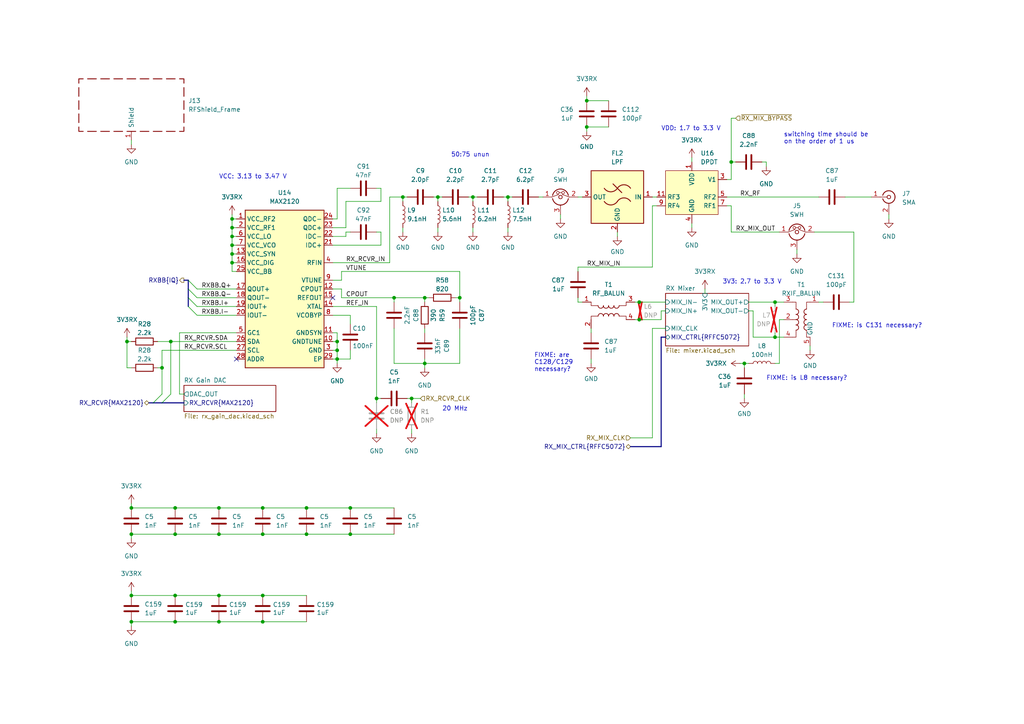
<source format=kicad_sch>
(kicad_sch (version 20230121) (generator eeschema)
  (paper "A4")
  (title_block (title "${TITLE}") (date "${DATE}") (rev "${VERSION}") (company "${COPYRIGHT}") (comment 1 "${LICENSE}"))
  (bus_alias "MAX2120" (members "SCL" "SDA" "GAIN0" "GAIN1" "GAIN2" "GAIN3" "GAIN4" "GAIN5"))
  (junction (at 63.5 147.32))
  (junction (at 63.5 154.94))
  (junction (at 76.2 172.72))
  (junction (at 114.3 86.36))
  (junction (at 212.09 46.99))
  (junction (at 127 57.15))
  (junction (at 50.8 180.34))
  (junction (at 36.83 99.06))
  (junction (at 109.22 115.57))
  (junction (at 50.8 172.72))
  (junction (at 215.9 105.41))
  (junction (at 76.2 154.94))
  (junction (at 38.1 172.72))
  (junction (at 185.42 92.71))
  (junction (at 170.18 36.83))
  (junction (at 38.1 147.32))
  (junction (at 133.35 86.36))
  (junction (at 67.31 66.04))
  (junction (at 116.84 57.15))
  (junction (at 224.79 87.63))
  (junction (at 67.31 63.5))
  (junction (at 97.79 101.6))
  (junction (at 63.5 172.72))
  (junction (at 97.79 99.06))
  (junction (at 97.79 104.14))
  (junction (at 46.99 106.68))
  (junction (at 224.79 97.79))
  (junction (at 38.1 180.34))
  (junction (at 123.19 105.41))
  (junction (at 170.18 29.21))
  (junction (at 67.31 68.58))
  (junction (at 101.6 147.32))
  (junction (at 67.31 76.2))
  (junction (at 88.9 154.94))
  (junction (at 67.31 71.12))
  (junction (at 76.2 147.32))
  (junction (at 50.8 147.32))
  (junction (at 137.16 57.15))
  (junction (at 123.19 86.36))
  (junction (at 185.42 87.63))
  (junction (at 67.31 73.66))
  (junction (at 50.8 154.94))
  (junction (at 38.1 154.94))
  (junction (at 101.6 154.94))
  (junction (at 88.9 147.32))
  (junction (at 76.2 180.34))
  (junction (at 63.5 180.34))
  (junction (at 147.32 57.15))
  (junction (at 119.38 115.57))
  (junction (at 49.53 99.06))
  (no_connect (at 68.58 104.14))
  (no_connect (at 96.52 86.36))
  (bus_entry (at 54.61 81.28) (size 2.54 2.54))
  (bus_entry (at 54.61 83.82) (size 2.54 2.54))
  (bus_entry (at 44.45 116.84) (size 2.54 -2.54))
  (bus_entry (at 54.61 86.36) (size 2.54 2.54))
  (bus_entry (at 54.61 88.9) (size 2.54 2.54))
  (bus_entry (at 46.99 116.84) (size 2.54 -2.54))
  (wire (pts (xy 213.36 34.29) (xy 212.09 34.29)))
  (wire (pts (xy 123.19 95.25) (xy 123.19 96.52)))
  (wire (pts (xy 67.31 66.04) (xy 68.58 66.04)))
  (wire (pts (xy 189.23 77.47) (xy 189.23 59.69)))
  (wire (pts (xy 57.15 83.82) (xy 68.58 83.82)))
  (wire (pts (xy 36.83 106.68) (xy 38.1 106.68)))
  (wire (pts (xy 101.6 147.32) (xy 114.3 147.32)))
  (wire (pts (xy 101.6 154.94) (xy 114.3 154.94)))
  (wire (pts (xy 231.14 72.39) (xy 231.14 73.66)))
  (wire (pts (xy 191.77 92.71) (xy 185.42 92.71)))
  (wire (pts (xy 171.45 95.25) (xy 171.45 96.52)))
  (wire (pts (xy 245.11 57.15) (xy 252.73 57.15)))
  (wire (pts (xy 109.22 115.57) (xy 109.22 116.84)))
  (wire (pts (xy 170.18 36.83) (xy 170.18 38.1)))
  (wire (pts (xy 191.77 90.17) (xy 191.77 92.71)))
  (wire (pts (xy 224.79 97.79) (xy 224.79 96.52)))
  (wire (pts (xy 215.9 105.41) (xy 215.9 106.68)))
  (wire (pts (xy 119.38 115.57) (xy 119.38 116.84)))
  (wire (pts (xy 257.81 62.23) (xy 257.81 63.5)))
  (wire (pts (xy 110.49 58.42) (xy 110.49 54.61)))
  (wire (pts (xy 99.06 78.74) (xy 99.06 81.28)))
  (wire (pts (xy 171.45 104.14) (xy 171.45 105.41)))
  (wire (pts (xy 36.83 97.79) (xy 36.83 99.06)))
  (wire (pts (xy 215.9 105.41) (xy 217.17 105.41)))
  (bus (pts (xy 191.77 97.79) (xy 191.77 129.54)))
  (wire (pts (xy 67.31 76.2) (xy 68.58 76.2)))
  (wire (pts (xy 123.19 105.41) (xy 133.35 105.41)))
  (bus (pts (xy 54.61 83.82) (xy 54.61 81.28)))
  (wire (pts (xy 193.04 90.17) (xy 191.77 90.17)))
  (wire (pts (xy 212.09 59.69) (xy 212.09 67.31)))
  (wire (pts (xy 97.79 96.52) (xy 97.79 99.06)))
  (wire (pts (xy 114.3 95.25) (xy 114.3 105.41)))
  (wire (pts (xy 246.38 87.63) (xy 247.65 87.63)))
  (wire (pts (xy 167.64 77.47) (xy 189.23 77.47)))
  (wire (pts (xy 116.84 66.04) (xy 116.84 67.31)))
  (wire (pts (xy 38.1 146.05) (xy 38.1 147.32)))
  (wire (pts (xy 236.22 67.31) (xy 247.65 67.31)))
  (wire (pts (xy 57.15 91.44) (xy 68.58 91.44)))
  (wire (pts (xy 167.64 87.63) (xy 168.91 87.63)))
  (wire (pts (xy 210.82 57.15) (xy 237.49 57.15)))
  (wire (pts (xy 96.52 83.82) (xy 99.06 83.82)))
  (wire (pts (xy 217.17 87.63) (xy 224.79 87.63)))
  (wire (pts (xy 96.52 81.28) (xy 99.06 81.28)))
  (wire (pts (xy 184.15 87.63) (xy 185.42 87.63)))
  (wire (pts (xy 96.52 71.12) (xy 110.49 71.12)))
  (wire (pts (xy 99.06 83.82) (xy 99.06 86.36)))
  (wire (pts (xy 119.38 115.57) (xy 121.92 115.57)))
  (wire (pts (xy 67.31 76.2) (xy 67.31 78.74)))
  (wire (pts (xy 234.95 100.33) (xy 234.95 101.6)))
  (bus (pts (xy 44.45 116.84) (xy 46.99 116.84)))
  (wire (pts (xy 133.35 86.36) (xy 132.08 86.36)))
  (wire (pts (xy 217.17 90.17) (xy 218.44 90.17)))
  (wire (pts (xy 109.22 124.46) (xy 109.22 125.73)))
  (wire (pts (xy 46.99 106.68) (xy 46.99 114.3)))
  (wire (pts (xy 100.33 66.04) (xy 100.33 58.42)))
  (wire (pts (xy 45.72 106.68) (xy 46.99 106.68)))
  (wire (pts (xy 67.31 68.58) (xy 68.58 68.58)))
  (wire (pts (xy 100.33 58.42) (xy 110.49 58.42)))
  (wire (pts (xy 133.35 86.36) (xy 133.35 87.63)))
  (wire (pts (xy 38.1 154.94) (xy 50.8 154.94)))
  (wire (pts (xy 67.31 62.23) (xy 67.31 63.5)))
  (wire (pts (xy 99.06 86.36) (xy 114.3 86.36)))
  (wire (pts (xy 222.25 46.99) (xy 222.25 48.26)))
  (wire (pts (xy 50.8 172.72) (xy 63.5 172.72)))
  (wire (pts (xy 167.64 78.74) (xy 167.64 77.47)))
  (wire (pts (xy 88.9 147.32) (xy 101.6 147.32)))
  (wire (pts (xy 38.1 40.64) (xy 38.1 41.91)))
  (wire (pts (xy 213.36 46.99) (xy 212.09 46.99)))
  (wire (pts (xy 96.52 104.14) (xy 97.79 104.14)))
  (wire (pts (xy 114.3 86.36) (xy 114.3 87.63)))
  (wire (pts (xy 123.19 105.41) (xy 123.19 106.68)))
  (wire (pts (xy 170.18 36.83) (xy 176.53 36.83)))
  (wire (pts (xy 226.06 105.41) (xy 224.79 105.41)))
  (wire (pts (xy 76.2 180.34) (xy 88.9 180.34)))
  (bus (pts (xy 182.88 129.54) (xy 191.77 129.54)))
  (wire (pts (xy 38.1 154.94) (xy 38.1 156.21)))
  (wire (pts (xy 137.16 57.15) (xy 137.16 58.42)))
  (wire (pts (xy 110.49 54.61) (xy 109.22 54.61)))
  (wire (pts (xy 227.33 92.71) (xy 226.06 92.71)))
  (wire (pts (xy 133.35 78.74) (xy 99.06 78.74)))
  (wire (pts (xy 224.79 87.63) (xy 224.79 88.9)))
  (wire (pts (xy 101.6 54.61) (xy 97.79 54.61)))
  (wire (pts (xy 185.42 87.63) (xy 193.04 87.63)))
  (wire (pts (xy 67.31 66.04) (xy 67.31 68.58)))
  (wire (pts (xy 97.79 99.06) (xy 97.79 101.6)))
  (wire (pts (xy 45.72 99.06) (xy 49.53 99.06)))
  (wire (pts (xy 125.73 57.15) (xy 127 57.15)))
  (wire (pts (xy 67.31 63.5) (xy 67.31 66.04)))
  (wire (pts (xy 212.09 67.31) (xy 226.06 67.31)))
  (wire (pts (xy 38.1 171.45) (xy 38.1 172.72)))
  (bus (pts (xy 193.04 97.79) (xy 191.77 97.79)))
  (wire (pts (xy 170.18 27.94) (xy 170.18 29.21)))
  (wire (pts (xy 38.1 147.32) (xy 50.8 147.32)))
  (wire (pts (xy 123.19 104.14) (xy 123.19 105.41)))
  (wire (pts (xy 189.23 95.25) (xy 193.04 95.25)))
  (wire (pts (xy 247.65 87.63) (xy 247.65 67.31)))
  (bus (pts (xy 53.34 81.28) (xy 54.61 81.28)))
  (wire (pts (xy 63.5 180.34) (xy 76.2 180.34)))
  (bus (pts (xy 46.99 116.84) (xy 53.34 116.84)))
  (wire (pts (xy 220.98 46.99) (xy 222.25 46.99)))
  (bus (pts (xy 54.61 86.36) (xy 54.61 83.82)))
  (bus (pts (xy 43.18 116.84) (xy 44.45 116.84)))
  (wire (pts (xy 67.31 71.12) (xy 68.58 71.12)))
  (wire (pts (xy 67.31 63.5) (xy 68.58 63.5)))
  (wire (pts (xy 218.44 97.79) (xy 224.79 97.79)))
  (wire (pts (xy 109.22 115.57) (xy 110.49 115.57)))
  (wire (pts (xy 101.6 91.44) (xy 101.6 93.98)))
  (wire (pts (xy 156.21 57.15) (xy 157.48 57.15)))
  (wire (pts (xy 97.79 54.61) (xy 97.79 63.5)))
  (wire (pts (xy 67.31 73.66) (xy 67.31 76.2)))
  (wire (pts (xy 96.52 66.04) (xy 100.33 66.04)))
  (wire (pts (xy 214.63 105.41) (xy 215.9 105.41)))
  (wire (pts (xy 146.05 57.15) (xy 147.32 57.15)))
  (wire (pts (xy 67.31 78.74) (xy 68.58 78.74)))
  (wire (pts (xy 119.38 124.46) (xy 119.38 125.73)))
  (wire (pts (xy 147.32 57.15) (xy 147.32 58.42)))
  (wire (pts (xy 133.35 95.25) (xy 133.35 105.41)))
  (wire (pts (xy 76.2 172.72) (xy 88.9 172.72)))
  (wire (pts (xy 133.35 86.36) (xy 133.35 78.74)))
  (wire (pts (xy 123.19 105.41) (xy 114.3 105.41)))
  (wire (pts (xy 167.64 86.36) (xy 167.64 87.63)))
  (wire (pts (xy 97.79 101.6) (xy 97.79 104.14)))
  (wire (pts (xy 97.79 104.14) (xy 97.79 105.41)))
  (wire (pts (xy 63.5 147.32) (xy 76.2 147.32)))
  (wire (pts (xy 67.31 68.58) (xy 67.31 71.12)))
  (wire (pts (xy 36.83 99.06) (xy 38.1 99.06)))
  (wire (pts (xy 212.09 59.69) (xy 210.82 59.69)))
  (wire (pts (xy 127 66.04) (xy 127 67.31)))
  (wire (pts (xy 68.58 101.6) (xy 46.99 101.6)))
  (wire (pts (xy 96.52 91.44) (xy 101.6 91.44)))
  (wire (pts (xy 127 57.15) (xy 127 58.42)))
  (wire (pts (xy 226.06 92.71) (xy 226.06 105.41)))
  (wire (pts (xy 135.89 57.15) (xy 137.16 57.15)))
  (wire (pts (xy 200.66 45.72) (xy 200.66 46.99)))
  (wire (pts (xy 189.23 127) (xy 189.23 95.25)))
  (wire (pts (xy 57.15 88.9) (xy 68.58 88.9)))
  (wire (pts (xy 118.11 115.57) (xy 119.38 115.57)))
  (wire (pts (xy 96.52 88.9) (xy 109.22 88.9)))
  (wire (pts (xy 227.33 87.63) (xy 224.79 87.63)))
  (wire (pts (xy 76.2 147.32) (xy 88.9 147.32)))
  (bus (pts (xy 54.61 88.9) (xy 54.61 86.36)))
  (wire (pts (xy 88.9 154.94) (xy 101.6 154.94)))
  (wire (pts (xy 96.52 101.6) (xy 97.79 101.6)))
  (wire (pts (xy 162.56 62.23) (xy 162.56 63.5)))
  (wire (pts (xy 184.15 92.71) (xy 185.42 92.71)))
  (wire (pts (xy 113.03 57.15) (xy 116.84 57.15)))
  (wire (pts (xy 200.66 64.77) (xy 200.66 66.04)))
  (wire (pts (xy 46.99 101.6) (xy 46.99 106.68)))
  (wire (pts (xy 212.09 46.99) (xy 212.09 52.07)))
  (wire (pts (xy 182.88 127) (xy 189.23 127)))
  (wire (pts (xy 101.6 101.6) (xy 101.6 104.14)))
  (wire (pts (xy 116.84 57.15) (xy 116.84 58.42)))
  (wire (pts (xy 109.22 67.31) (xy 110.49 67.31)))
  (wire (pts (xy 123.19 86.36) (xy 114.3 86.36)))
  (wire (pts (xy 204.47 83.82) (xy 204.47 85.09)))
  (wire (pts (xy 38.1 180.34) (xy 38.1 181.61)))
  (wire (pts (xy 96.52 96.52) (xy 97.79 96.52)))
  (wire (pts (xy 189.23 57.15) (xy 190.5 57.15)))
  (wire (pts (xy 57.15 86.36) (xy 68.58 86.36)))
  (wire (pts (xy 76.2 154.94) (xy 88.9 154.94)))
  (wire (pts (xy 36.83 99.06) (xy 36.83 106.68)))
  (wire (pts (xy 49.53 99.06) (xy 68.58 99.06)))
  (wire (pts (xy 189.23 59.69) (xy 190.5 59.69)))
  (wire (pts (xy 52.07 114.3) (xy 53.34 114.3)))
  (wire (pts (xy 116.84 57.15) (xy 118.11 57.15)))
  (wire (pts (xy 63.5 172.72) (xy 76.2 172.72)))
  (wire (pts (xy 52.07 96.52) (xy 52.07 114.3)))
  (wire (pts (xy 124.46 86.36) (xy 123.19 86.36)))
  (wire (pts (xy 170.18 29.21) (xy 176.53 29.21)))
  (wire (pts (xy 137.16 66.04) (xy 137.16 67.31)))
  (wire (pts (xy 63.5 154.94) (xy 76.2 154.94)))
  (wire (pts (xy 96.52 76.2) (xy 113.03 76.2)))
  (wire (pts (xy 67.31 73.66) (xy 68.58 73.66)))
  (wire (pts (xy 49.53 99.06) (xy 49.53 114.3)))
  (wire (pts (xy 110.49 71.12) (xy 110.49 67.31)))
  (wire (pts (xy 101.6 104.14) (xy 97.79 104.14)))
  (wire (pts (xy 227.33 97.79) (xy 224.79 97.79)))
  (wire (pts (xy 101.6 67.31) (xy 100.33 67.31)))
  (wire (pts (xy 52.07 96.52) (xy 68.58 96.52)))
  (wire (pts (xy 127 57.15) (xy 128.27 57.15)))
  (wire (pts (xy 215.9 114.3) (xy 215.9 115.57)))
  (wire (pts (xy 96.52 68.58) (xy 100.33 68.58)))
  (wire (pts (xy 137.16 57.15) (xy 138.43 57.15)))
  (wire (pts (xy 212.09 34.29) (xy 212.09 46.99)))
  (wire (pts (xy 67.31 71.12) (xy 67.31 73.66)))
  (wire (pts (xy 38.1 180.34) (xy 50.8 180.34)))
  (wire (pts (xy 167.64 57.15) (xy 168.91 57.15)))
  (wire (pts (xy 100.33 67.31) (xy 100.33 68.58)))
  (wire (pts (xy 218.44 90.17) (xy 218.44 97.79)))
  (wire (pts (xy 50.8 154.94) (xy 63.5 154.94)))
  (wire (pts (xy 109.22 88.9) (xy 109.22 115.57)))
  (wire (pts (xy 113.03 76.2) (xy 113.03 57.15)))
  (wire (pts (xy 50.8 180.34) (xy 63.5 180.34)))
  (wire (pts (xy 147.32 57.15) (xy 148.59 57.15)))
  (wire (pts (xy 212.09 52.07) (xy 210.82 52.07)))
  (wire (pts (xy 237.49 87.63) (xy 238.76 87.63)))
  (wire (pts (xy 96.52 63.5) (xy 97.79 63.5)))
  (wire (pts (xy 38.1 172.72) (xy 50.8 172.72)))
  (wire (pts (xy 50.8 147.32) (xy 63.5 147.32)))
  (wire (pts (xy 179.07 67.31) (xy 179.07 68.58)))
  (wire (pts (xy 147.32 66.04) (xy 147.32 67.31)))
  (wire (pts (xy 96.52 99.06) (xy 97.79 99.06)))
  (wire (pts (xy 123.19 86.36) (xy 123.19 87.63)))
  (text "20 MHz" (at 128.27 119.38 0) (effects (font (size 1.27 1.27)) (justify left bottom)))
  (text "3V3: 2.7 to 3.3 V" (at 209.55 82.55 0) (effects (font (size 1.27 1.27)) (justify left bottom)))
  (text "FIXME: is C131 necessary?" (at 241.3 95.25 0) (effects (font (size 1.27 1.27)) (justify left bottom)))
  (text "switching time should be\non the order of 1 us" (at 227.33 41.91 0) (effects (font (size 1.27 1.27)) (justify left bottom)))
  (text "FIXME: are\nC128/C129\nnecessary?" (at 154.94 107.95 0) (effects (font (size 1.27 1.27)) (justify left bottom)))
  (text "VCC: 3.13 to 3.47 V" (at 63.5 52.07 0) (effects (font (size 1.27 1.27)) (justify left bottom)))
  (text "FIXME: is L8 necessary?" (at 222.25 110.49 0) (effects (font (size 1.27 1.27)) (justify left bottom)))
  (text "VDD: 1.7 to 3.3 V" (at 191.77 38.1 0) (effects (font (size 1.27 1.27)) (justify left bottom)))
  (text "50:75 unun" (at 130.81 45.72 0) (effects (font (size 1.27 1.27)) (justify left bottom)))
  (label "RX_RCVR_IN" (at 100.33 76.2 0))
  (label "VTUNE" (at 100.33 78.74 0))
  (label "REF_IN" (at 100.33 88.9 0))
  (label "RXBB.I-" (at 58.42 91.44 0))
  (label "RXBB.I+" (at 58.42 88.9 0))
  (label "RXBB.Q+" (at 58.42 83.82 0))
  (label "RXBB.Q-" (at 58.42 86.36 0))
  (label "RX_MIX_IN" (at 170.18 77.47 0))
  (label "RX_MIX_OUT" (at 213.36 67.31 0))
  (label "RX_RCVR.SCL" (at 53.34 101.6 0))
  (label "RX_RF" (at 214.63 57.15 0))
  (label "CPOUT" (at 100.33 86.36 0))
  (label "RX_RCVR.SDA" (at 53.34 99.06 0))
  (hierarchical_label "RXBB{IQ}" (shape output) (at 53.34 81.28 180))
  (hierarchical_label "RX_RCVR{MAX2120}" (shape bidirectional) (at 43.18 116.84 180))
  (hierarchical_label "RX_MIX_CLK" (shape input) (at 182.88 127 180))
  (hierarchical_label "RX_MIX_CTRL{RFFC5072}" (shape bidirectional) (at 182.88 129.54 180))
  (hierarchical_label "RX_RCVR_CLK" (shape input) (at 121.92 115.57 0))
  (hierarchical_label "~{RX_MIX_BYPASS}" (shape input) (at 213.36 34.29 0))
  (symbol (lib_id "Device:C") (at 109.22 120.65 0) (unit 1) (dnp yes)
    (property "Reference" "C86" (at 113.03 119.38 0) (effects (justify left)))
    (property "Value" "DNP" (at 113.03 121.92 0) (effects (justify left)))
    (property "Footprint" "Capacitor_SMD:C_0201_0603Metric" (effects hide))
    (instances (project "mainboard" (path "" (reference "C86") (unit 1)) (path "" (reference "C87") (unit 1)) (path "" (reference "C95") (unit 1))))
  )
  (symbol (lib_id "Device:C") (at 123.19 100.33 0) (mirror x) (unit 1)
    (property "Reference" "C89" (at 129.54 100.33 90))
    (property "Value" "33nF" (at 127 100.33 90))
    (property "Footprint" "Capacitor_SMD:C_0201_0603Metric" (effects hide))
    (property "Description" "CAP CER 0.033UF 10V X5R 0201" (effects hide))
    (property "Manufacturer" "Murata" (effects hide))
    (property "Part Number" "GRM033R61A333KE84D" (effects hide))
    (property "Substitution" "GRM033R61A333KE84*" (effects hide))
    (instances (project "mainboard" (path "" (reference "C89") (unit 1)) (path "" (reference "C89") (unit 1)) (path "" (reference "C98") (unit 1))))
  )
  (symbol (lib_id "Device:C") (at 241.3 57.15 90) (unit 1)
    (property "Reference" "C87" (at 241.3 49.53 90))
    (property "Value" "1uF" (at 241.3 52.07 90))
    (property "Footprint" "Capacitor_SMD:C_0201_0603Metric" (effects hide))
    (property "Description" "CAP CER 1UF 10V X5R 0201" (effects hide))
    (property "Manufacturer" "Murata" (effects hide))
    (property "Part Number" "GRM033R61A105ME44D" (effects hide))
    (property "Substitution" "GRM033R61A105ME44*, GRM033R61C105ME15*, Samsung CL03A105MO3NRN*" (effects hide))
    (instances (project "mainboard" (path "" (reference "C87") (unit 1)) (path "" (reference "C153") (unit 1)) (path "" (reference "C154") (unit 1))))
  )
  (symbol (lib_id "Device:L") (at 220.98 105.41 90) (unit 1)
    (property "Reference" "L8" (at 220.98 100.33 90))
    (property "Value" "100nH" (at 220.98 102.87 90))
    (property "Footprint" "Inductor_SMD:L_0201_0603Metric" (effects hide))
    (property "Description" "FIXED IND 100NH 80MA 8.05OHM SMD" (effects hide))
    (property "Manufacturer" "Murata" (effects hide))
    (property "Part Number" "LQP03TGR10J02D" (effects hide))
  )
  (symbol (lib_id "Device:C") (at 38.1 151.13 0) (unit 1)
    (property "Reference" "C5" (at 41.91 149.86 0) (effects (justify left)))
    (property "Value" "1nF" (at 41.91 152.4 0) (effects (justify left)))
    (property "Footprint" "Capacitor_SMD:C_0201_0603Metric" (effects hide))
    (property "Part Number" "GRM033R71E102KA01D" (effects hide))
    (property "Substitution" "GRM033R71E102KA01*" (effects hide))
    (property "Description" "CAP CER 1000PF 25V X7R 0201" (effects hide))
    (property "Manufacturer" "Murata" (effects hide))
    (instances (project "mainboard" (path "" (reference "C5") (unit 1)) (path "" (reference "C166") (unit 1))))
  )
  (symbol (lib_id "Device:C") (at 88.9 151.13 0) (unit 1)
    (property "Reference" "C5" (at 92.71 149.86 0) (effects (justify left)))
    (property "Value" "1nF" (at 92.71 152.4 0) (effects (justify left)))
    (property "Footprint" "Capacitor_SMD:C_0201_0603Metric" (effects hide))
    (property "Part Number" "GRM033R71E102KA01D" (effects hide))
    (property "Substitution" "GRM033R71E102KA01*" (effects hide))
    (property "Description" "CAP CER 1000PF 25V X7R 0201" (effects hide))
    (property "Manufacturer" "Murata" (effects hide))
    (instances (project "mainboard" (path "" (reference "C5") (unit 1)) (path "" (reference "C170") (unit 1))))
  )
  (symbol (lib_id "power:GND") (at 231.14 73.66 0) (unit 1)
    (property "Reference" "#PWR023" (effects hide))
    (property "Value" "GND" (at 231.14 78.74 0))
    (instances (project "ununs" (path "" (reference "#PWR023") (unit 1))) (project "mainboard" (path "" (reference "#PWR0158") (unit 1))))
  )
  (symbol (lib_id "support_hardware:3V3RX") (at 214.63 105.41 90) (unit 1)
    (property "Reference" "#PWR0263" (effects hide))
    (property "Value" "3V3RX" (at 210.82 105.41 90) (effects (justify left)))
  )
  (symbol (lib_id "support_hardware:3V3RX") (at 38.1 171.45 0) (unit 1)
    (property "Reference" "#PWR069" (effects hide))
    (property "Value" "3V3RX" (at 38.1 166.37 0))
  )
  (symbol (lib_id "power:GND") (at 38.1 181.61 0) (unit 1)
    (property "Reference" "#PWR067" (effects hide))
    (property "Value" "GND" (at 38.1 186.69 0))
  )
  (symbol (lib_id "Device:C") (at 76.2 176.53 0) (unit 1)
    (property "Reference" "C159" (at 79.121 175.3616 0) (effects (justify left)))
    (property "Value" "1uF" (at 79.121 177.673 0) (effects (justify left)))
    (property "Footprint" "Capacitor_SMD:C_0201_0603Metric" (effects hide))
    (property "Part Number" "GRM033R61A105ME44D" (effects hide))
    (property "Substitution" "GRM033R61A105ME44*, GRM033R61C105ME15*, Samsung CL03A105MO3NRN*" (effects hide))
    (property "Description" "CAP CER 1UF 10V X5R 0201" (effects hide))
    (property "Manufacturer" "Murata" (effects hide))
    (instances (project "mainboard" (path "" (reference "C159") (unit 1)) (path "" (reference "C158") (unit 1)) (path "" (reference "C160") (unit 1)) (path "" (reference "C194") (unit 1))))
  )
  (symbol (lib_id "Device:RFShield_OnePiece") (at 38.1 30.48 0) (unit 1)
    (property "Reference" "J13" (at 54.61 29.21 0) (effects (justify left)))
    (property "Value" "RFShield_Frame" (at 54.61 31.75 0) (effects (justify left)))
    (property "Footprint" "RF_Shielding:Laird_Technologies_BMI-S-203-F_26.21x26.21mm" (effects hide))
    (property "Datasheet" "https://www.laird.com/sites/default/files/2023-08/bmi-s-203-sales.pdf" (effects hide))
    (property "Description" "RF SHIELD FRAME 1.032\" X 1.032\" SOLDER" (effects hide))
    (property "Manufacturer" "Laird" (effects hide))
    (property "Part Number" "BMI-S-203-F" (effects hide))
    (instances (project "mainboard" (path "" (reference "J13") (unit 1)) (path "" (reference "J14") (unit 1))))
  )
  (symbol (lib_id "power:GND") (at 116.84 67.31 0) (unit 1)
    (property "Reference" "#PWR020" (effects hide))
    (property "Value" "GND" (at 116.84 71.7534 0))
    (instances (project "ununs" (path "" (reference "#PWR020") (unit 1))) (project "mainboard" (path "" (reference "#PWR0203") (unit 1))))
  )
  (symbol (lib_id "radio:MAX2120") (at 82.55 83.82 0) (unit 1)
    (property "Reference" "U14" (at 82.55 55.88 0))
    (property "Value" "MAX2120" (at 82.55 58.42 0))
    (property "Footprint" "Package_DFN_QFN:QFN-28-1EP_5x5mm_P0.5mm_EP3.35x3.35mm_ThermalVias" (effects hide))
    (property "Datasheet" "https://www.analog.com/media/en/technical-documentation/data-sheets/MAX2120.pdf" (effects hide))
    (property "Manufacturer" "Analog Devices" (effects hide))
    (property "Description" "RF RCVR 925MHZ-2.175GHZ 28TQFN" (effects hide))
    (property "Part Number" "MAX2120CTI+T" (effects hide))
    (property "Substitution" "MAX2120CTI+" (effects hide))
  )
  (symbol (lib_id "Device:C") (at 152.4 57.15 90) (unit 1)
    (property "Reference" "C12" (at 152.4 49.53 90))
    (property "Value" "6.2pF" (at 152.4 52.07 90))
    (property "Footprint" "Capacitor_SMD:C_0201_0603Metric" (effects hide))
    (property "Description" "CAP CER 6.2PF 50V C0G/NP0 0201" (effects hide))
    (property "Manufacturer" "Murata" (effects hide))
    (property "Part Number" "GRM0335C1H6R2BA01D" (effects hide))
    (property "Substitution" "GRM0335C1H6R2BA01*" (effects hide))
    (instances (project "ununs" (path "" (reference "C12") (unit 1))) (project "mainboard" (path "" (reference "C111") (unit 1))))
  )
  (symbol (lib_id "Device:R") (at 41.91 106.68 270) (unit 1)
    (property "Reference" "R28" (at 41.91 101.6 90))
    (property "Value" "2.2k" (at 41.91 104.14 90))
    (property "Footprint" "Resistor_SMD:R_0402_1005Metric" (effects hide))
    (property "Part Number" "RC0402JR-072K2L" (effects hide))
    (property "Substitution" "any equivalent" (effects hide))
    (property "Description" "RES 2.2K OHM 5% 1/16W 0402" (effects hide))
    (property "Manufacturer" "Yageo" (effects hide))
    (instances (project "mainboard" (path "" (reference "R28") (unit 1)) (path "" (reference "R61") (unit 1))))
  )
  (symbol (lib_id "Device:C") (at 242.57 87.63 270) (unit 1)
    (property "Reference" "C131" (at 242.57 80.01 90))
    (property "Value" "100pF" (at 242.57 82.55 90))
    (property "Footprint" "Capacitor_SMD:C_0201_0603Metric" (effects hide))
    (property "Description" "CAP CER 100PF 25V C0G/NP0 0201" (effects hide))
    (property "Manufacturer" "Samsung" (effects hide))
    (property "Part Number" "CL03C101JA3NNNC" (effects hide))
  )
  (symbol (lib_id "RF_Filter:LFCN-80") (at 179.07 57.15 0) (mirror y) (unit 1)
    (property "Reference" "FL2" (at 179.07 44.45 0))
    (property "Value" "LPF" (at 179.07 46.99 0))
    (property "Footprint" "mainboard:Filter_Pulse_LPF1005LL50R2400A_1.5x0.5mm" (effects hide))
    (property "Datasheet" "https://productfinder.pulseelectronics.com/api/open/part-attachments/datasheet/LPF1005LL50R2400A" (effects hide))
    (property "Manufacturer" "Yageo" (effects hide))
    (property "Part Number" "LPF1005LL50R2400A" (effects hide))
    (property "Description" "RF FILTER LOW PASS 2.45GHZ 0402" (effects hide))
    (instances (project "mainboard" (path "" (reference "FL2") (unit 1)) (path "" (reference "FL2") (unit 1)) (path "" (reference "FL3") (unit 1))))
  )
  (symbol (lib_id "power:GND") (at 38.1 156.21 0) (unit 1)
    (property "Reference" "#PWR062" (effects hide))
    (property "Value" "GND" (at 38.1 161.29 0))
  )
  (symbol (lib_id "radio:MXD8546F") (at 200.66 57.15 0) (mirror y) (unit 1)
    (property "Reference" "U16" (at 203.2 44.45 0) (effects (justify right)))
    (property "Value" "DPDT" (at 203.2 46.99 0) (effects (justify right)))
    (property "Footprint" "mainboard:QFN-12-1EP_2x2mm_P0.5mm_EP1x1mm_ThermalVias" (effects hide))
    (property "Datasheet" "https://datasheet.lcsc.com/lcsc/1912111437_Maxscend-MXD8546FA_C462321.pdf" (effects hide))
    (property "Manufacturer" "Maxscend" (effects hide))
    (property "Part Number" "MXD8546FA" (effects hide))
    (property "Description" "X-DPDT RF SWITCH" (effects hide))
  )
  (symbol (lib_id "power:GND") (at 97.79 105.41 0) (unit 1)
    (property "Reference" "#PWR0196" (effects hide))
    (property "Value" "GND" (at 97.79 110.49 0))
  )
  (symbol (lib_id "Device:R") (at 123.19 91.44 0) (mirror x) (unit 1)
    (property "Reference" "R59" (at 128.27 91.44 90))
    (property "Value" "390" (at 125.73 91.44 90))
    (property "Footprint" "Resistor_SMD:R_0201_0603Metric" (effects hide))
    (property "Description" "RES 390 OHM 5% 1/20W 0201" (effects hide))
    (property "Manufacturer" "Yageo" (effects hide))
    (property "Part Number" "RC0201JR-07390RL" (effects hide))
    (property "Substitution" "any equivalent" (effects hide))
    (instances (project "mainboard" (path "" (reference "R59") (unit 1)) (path "" (reference "R58") (unit 1)) (path "" (reference "R62") (unit 1))))
  )
  (symbol (lib_id "power:GND") (at 257.81 63.5 0) (unit 1)
    (property "Reference" "#PWR023" (effects hide))
    (property "Value" "GND" (at 257.81 68.58 0))
    (instances (project "ununs" (path "" (reference "#PWR023") (unit 1))) (project "mainboard" (path "" (reference "#PWR0266") (unit 1))))
  )
  (symbol (lib_id "radio:Conn_Coaxial_MM8930-2620") (at 162.56 57.15 0) (unit 1)
    (property "Reference" "J9" (at 162.56 49.53 0))
    (property "Value" "SWH" (at 162.56 52.07 0))
    (property "Footprint" "mainboard:Murata_SWH_MM8930-26xx" (effects hide))
    (property "Datasheet" "https://www.murata.com/-/media/webrenewal/support/library/catalog/products/connector/o30e.ashx" (effects hide))
    (property "Description" "COAX CONN TWO-WAY" (effects hide))
    (property "Manufacturer" "Murata" (effects hide))
    (property "Part Number" "MM8930-2620RJ4" (effects hide))
    (property "Substitution" "MM8930-2620RK15" (effects hide))
  )
  (symbol (lib_id "Device:C") (at 132.08 57.15 90) (unit 1)
    (property "Reference" "C10" (at 132.08 49.53 90))
    (property "Value" "2.2pF" (at 132.08 52.07 90))
    (property "Footprint" "Capacitor_SMD:C_0201_0603Metric" (effects hide))
    (property "Description" "CAP CER 2.2PF 50V C0G/NP0 0201" (effects hide))
    (property "Manufacturer" "Murata" (effects hide))
    (property "Part Number" "GRM0335C1H2R2BA01D" (effects hide))
    (property "Substitution" "GRM0335C1H2R2BA01*" (effects hide))
    (instances (project "ununs" (path "" (reference "C10") (unit 1))) (project "mainboard" (path "" (reference "C109") (unit 1))))
  )
  (symbol (lib_id "radio:1720BL15A0100") (at 232.41 92.71 0) (mirror y) (unit 1)
    (property "Reference" "T1" (at 232.41 82.55 0))
    (property "Value" "RXIF_BALUN" (at 232.41 85.09 0))
    (property "Footprint" "RF_Converter:Balun_Johanson_0896BM15A0001" (effects hide))
    (property "Datasheet" "https://www.johansontechnology.com/datasheets/1720BL15A0100/1720BL15A0100.pdf" (effects hide))
    (property "Manufacturer" "Johanson Technology" (effects hide))
    (property "Part Number" "1720BL15A0100001E" (effects hide))
    (property "Description" "BALUN 625MHZ-2.8GHZ 50/100 0805" (effects hide))
    (property "Substitution" "1720BL15A0100, 1720BL15A0100E" (effects hide))
    (instances (project "mainboard" (path "" (reference "T1") (unit 1)) (path "" (reference "T2") (unit 1))))
  )
  (symbol (lib_id "power:GND") (at 222.25 48.26 0) (unit 1)
    (property "Reference" "#PWR023" (effects hide))
    (property "Value" "GND" (at 222.25 53.34 0))
    (instances (project "ununs" (path "" (reference "#PWR023") (unit 1))) (project "mainboard" (path "" (reference "#PWR0222") (unit 1))))
  )
  (symbol (lib_id "Device:L") (at 116.84 62.23 0) (unit 1)
    (property "Reference" "L9" (at 118.11 60.96 0) (effects (justify left)))
    (property "Value" "9.1nH" (at 118.11 63.5 0) (effects (justify left)))
    (property "Footprint" "Inductor_SMD:L_0201_0603Metric" (effects hide))
    (property "Description" "FIXED IND 9.1NH 300MA 400MOHM SM" (effects hide))
    (property "Manufacturer" "Murata" (effects hide))
    (property "Part Number" "LQP03HQ9N1H02D" (effects hide))
    (instances (project "ununs" (path "" (reference "L9") (unit 1))) (project "mainboard" (path "" (reference "L2") (unit 1))))
  )
  (symbol (lib_id "support_hardware:3V3RX") (at 38.1 146.05 0) (unit 1)
    (property "Reference" "#PWR063" (effects hide))
    (property "Value" "3V3RX" (at 38.1 140.97 0))
  )
  (symbol (lib_id "Device:C") (at 105.41 67.31 90) (unit 1)
    (property "Reference" "C92" (at 105.41 60.96 90))
    (property "Value" "47nF" (at 105.41 63.5 90))
    (property "Footprint" "Capacitor_SMD:C_0201_0603Metric" (effects hide))
    (property "Description" "CAP CER 0.047UF 6.3V X5R 0201" (effects hide))
    (property "Manufacturer" "Murata" (effects hide))
    (property "Part Number" "GRM033R60J473KE19D" (effects hide))
    (property "Substitution" "GRM033R60J473KE19*" (effects hide))
  )
  (symbol (lib_id "Device:C") (at 88.9 176.53 0) (unit 1)
    (property "Reference" "C159" (at 91.821 175.3616 0) (effects (justify left)))
    (property "Value" "1uF" (at 91.821 177.673 0) (effects (justify left)))
    (property "Footprint" "Capacitor_SMD:C_0201_0603Metric" (effects hide))
    (property "Part Number" "GRM033R61A105ME44D" (effects hide))
    (property "Substitution" "GRM033R61A105ME44*, GRM033R61C105ME15*, Samsung CL03A105MO3NRN*" (effects hide))
    (property "Description" "CAP CER 1UF 10V X5R 0201" (effects hide))
    (property "Manufacturer" "Murata" (effects hide))
    (instances (project "mainboard" (path "" (reference "C159") (unit 1)) (path "" (reference "C158") (unit 1)) (path "" (reference "C160") (unit 1)) (path "" (reference "C195") (unit 1))))
  )
  (symbol (lib_id "power:GND") (at 162.56 63.5 0) (unit 1)
    (property "Reference" "#PWR023" (effects hide))
    (property "Value" "GND" (at 162.56 68.58 0))
    (instances (project "ununs" (path "" (reference "#PWR023") (unit 1))) (project "mainboard" (path "" (reference "#PWR0180") (unit 1))))
  )
  (symbol (lib_id "support_hardware:3V3RX") (at 36.83 97.79 0) (unit 1)
    (property "Reference" "#PWR0195" (effects hide))
    (property "Value" "3V3RX" (at 36.83 92.71 0))
  )
  (symbol (lib_id "Device:C") (at 105.41 54.61 90) (unit 1)
    (property "Reference" "C91" (at 105.41 48.26 90))
    (property "Value" "47nF" (at 105.41 50.8 90))
    (property "Footprint" "Capacitor_SMD:C_0201_0603Metric" (effects hide))
    (property "Description" "CAP CER 0.047UF 6.3V X5R 0201" (effects hide))
    (property "Manufacturer" "Murata" (effects hide))
    (property "Part Number" "GRM033R60J473KE19D" (effects hide))
    (property "Substitution" "GRM033R60J473KE19*" (effects hide))
  )
  (symbol (lib_id "Device:C") (at 63.5 176.53 0) (unit 1)
    (property "Reference" "C159" (at 66.421 175.3616 0) (effects (justify left)))
    (property "Value" "1uF" (at 66.421 177.673 0) (effects (justify left)))
    (property "Footprint" "Capacitor_SMD:C_0201_0603Metric" (effects hide))
    (property "Part Number" "GRM033R61A105ME44D" (effects hide))
    (property "Substitution" "GRM033R61A105ME44*, GRM033R61C105ME15*, Samsung CL03A105MO3NRN*" (effects hide))
    (property "Description" "CAP CER 1UF 10V X5R 0201" (effects hide))
    (property "Manufacturer" "Murata" (effects hide))
    (instances (project "mainboard" (path "" (reference "C159") (unit 1)) (path "" (reference "C158") (unit 1)) (path "" (reference "C160") (unit 1)) (path "" (reference "C175") (unit 1))))
  )
  (symbol (lib_id "support_hardware:3V3RX") (at 170.18 27.94 0) (unit 1)
    (property "Reference" "#PWR0221" (effects hide))
    (property "Value" "3V3RX" (at 170.18 22.86 0))
  )
  (symbol (lib_id "Device:C") (at 114.3 91.44 0) (mirror x) (unit 1)
    (property "Reference" "C88" (at 120.65 91.44 90))
    (property "Value" "2.2nF" (at 118.11 91.44 90))
    (property "Footprint" "Capacitor_SMD:C_0201_0603Metric" (effects hide))
    (property "Description" "CAP CER 2200PF 10V X7R 0201" (effects hide))
    (property "Manufacturer" "Murata" (effects hide))
    (property "Part Number" "GRM033R71A222KA01D" (effects hide))
    (property "Substitution" "GRM033R71A222KA01*" (effects hide))
    (instances (project "mainboard" (path "" (reference "C88") (unit 1)) (path "" (reference "C88") (unit 1)) (path "" (reference "C97") (unit 1))))
  )
  (symbol (lib_id "Device:L") (at 147.32 62.23 0) (unit 1)
    (property "Reference" "L12" (at 148.59 60.96 0) (effects (justify left)))
    (property "Value" "7.5nH" (at 148.59 63.5 0) (effects (justify left)))
    (property "Footprint" "Inductor_SMD:L_0201_0603Metric" (effects hide))
    (property "Description" "FIXED IND 7.5NH 400MA 300MOHM SM" (effects hide))
    (property "Manufacturer" "Murata" (effects hide))
    (property "Part Number" "LQP03HQ7N5H02D" (effects hide))
    (instances (project "ununs" (path "" (reference "L12") (unit 1))) (project "mainboard" (path "" (reference "L5") (unit 1))))
  )
  (symbol (lib_id "Device:C") (at 170.18 33.02 0) (mirror x) (unit 1)
    (property "Reference" "C36" (at 166.37 31.75 0) (effects (justify right)))
    (property "Value" "1uF" (at 166.37 34.29 0) (effects (justify right)))
    (property "Footprint" "Capacitor_SMD:C_0201_0603Metric" (effects hide))
    (property "Part Number" "GRM033R61A105ME44D" (effects hide))
    (property "Substitution" "GRM033R61A105ME44*, GRM033R61C105ME15*, Samsung CL03A105MO3NRN*" (effects hide))
    (property "Description" "CAP CER 1UF 10V X5R 0201" (effects hide))
    (property "Manufacturer" "Murata" (effects hide))
    (instances (project "mainboard" (path "" (reference "C36") (unit 1)) (path "" (reference "C93") (unit 1))))
  )
  (symbol (lib_name "GND_2") (lib_id "power:GND") (at 123.19 106.68 0) (unit 1)
    (property "Reference" "#PWR0194" (effects hide))
    (property "Value" "GND" (at 123.19 111.76 0))
    (instances (project "mainboard" (path "" (reference "#PWR0194") (unit 1)) (path "" (reference "#PWR0193") (unit 1)) (path "" (reference "#PWR0202") (unit 1))))
  )
  (symbol (lib_id "Device:C") (at 76.2 151.13 0) (unit 1)
    (property "Reference" "C5" (at 80.01 149.86 0) (effects (justify left)))
    (property "Value" "1nF" (at 80.01 152.4 0) (effects (justify left)))
    (property "Footprint" "Capacitor_SMD:C_0201_0603Metric" (effects hide))
    (property "Part Number" "GRM033R71E102KA01D" (effects hide))
    (property "Substitution" "GRM033R71E102KA01*" (effects hide))
    (property "Description" "CAP CER 1000PF 25V X7R 0201" (effects hide))
    (property "Manufacturer" "Murata" (effects hide))
    (instances (project "mainboard" (path "" (reference "C5") (unit 1)) (path "" (reference "C169") (unit 1))))
  )
  (symbol (lib_id "power:GND") (at 127 67.31 0) (unit 1)
    (property "Reference" "#PWR021" (effects hide))
    (property "Value" "GND" (at 127 71.7534 0))
    (instances (project "ununs" (path "" (reference "#PWR021") (unit 1))) (project "mainboard" (path "" (reference "#PWR0207") (unit 1))))
  )
  (symbol (lib_id "Device:C") (at 114.3 151.13 0) (unit 1)
    (property "Reference" "C5" (at 118.11 149.86 0) (effects (justify left)))
    (property "Value" "1nF" (at 118.11 152.4 0) (effects (justify left)))
    (property "Footprint" "Capacitor_SMD:C_0201_0603Metric" (effects hide))
    (property "Part Number" "GRM033R71E102KA01D" (effects hide))
    (property "Substitution" "GRM033R71E102KA01*" (effects hide))
    (property "Description" "CAP CER 1000PF 25V X7R 0201" (effects hide))
    (property "Manufacturer" "Murata" (effects hide))
    (instances (project "mainboard" (path "" (reference "C5") (unit 1)) (path "" (reference "C172") (unit 1))))
  )
  (symbol (lib_id "power:GND") (at 38.1 41.91 0) (unit 1)
    (property "Reference" "#PWR0309" (effects hide))
    (property "Value" "GND" (at 38.1 46.99 0))
    (instances (project "mainboard" (path "" (reference "#PWR0309") (unit 1)) (path "" (reference "#PWR0310") (unit 1))))
  )
  (symbol (lib_id "power:GND") (at 171.45 105.41 0) (unit 1)
    (property "Reference" "#PWR023" (effects hide))
    (property "Value" "GND" (at 171.45 109.8534 0))
    (instances (project "ununs" (path "" (reference "#PWR023") (unit 1))) (project "mainboard" (path "" (reference "#PWR0243") (unit 1))))
  )
  (symbol (lib_id "power:GND") (at 234.95 101.6 0) (mirror y) (unit 1)
    (property "Reference" "#PWR023" (effects hide))
    (property "Value" "GND" (at 234.95 106.0434 0))
    (instances (project "ununs" (path "" (reference "#PWR023") (unit 1))) (project "mainboard" (path "" (reference "#PWR0242") (unit 1))))
  )
  (symbol (lib_id "Device:C") (at 121.92 57.15 90) (unit 1)
    (property "Reference" "C9" (at 121.92 49.53 90))
    (property "Value" "2.0pF" (at 121.92 52.07 90))
    (property "Footprint" "Capacitor_SMD:C_0201_0603Metric" (effects hide))
    (property "Description" "CAP CER 2PF 50V C0G/NP0 0201" (effects hide))
    (property "Manufacturer" "Murata" (effects hide))
    (property "Part Number" "GRM0335C1H2R0BA01D" (effects hide))
    (property "Substitution" "GRM0335C1H2R0BA01*" (effects hide))
    (instances (project "ununs" (path "" (reference "C9") (unit 1))) (project "mainboard" (path "" (reference "C108") (unit 1))))
  )
  (symbol (lib_id "Device:C") (at 215.9 110.49 0) (mirror x) (unit 1)
    (property "Reference" "C36" (at 212.09 109.22 0) (effects (justify right)))
    (property "Value" "1uF" (at 212.09 111.76 0) (effects (justify right)))
    (property "Footprint" "Capacitor_SMD:C_0201_0603Metric" (effects hide))
    (property "Part Number" "GRM033R61A105ME44D" (effects hide))
    (property "Substitution" "GRM033R61A105ME44*, GRM033R61C105ME15*, Samsung CL03A105MO3NRN*" (effects hide))
    (property "Description" "CAP CER 1UF 10V X5R 0201" (effects hide))
    (property "Manufacturer" "Murata" (effects hide))
    (instances (project "mainboard" (path "" (reference "C36") (unit 1)) (path "" (reference "C130") (unit 1))))
  )
  (symbol (lib_id "power:GND") (at 215.9 115.57 0) (mirror y) (unit 1)
    (property "Reference" "#PWR023" (effects hide))
    (property "Value" "GND" (at 215.9 120.0134 0))
    (instances (project "ununs" (path "" (reference "#PWR023") (unit 1))) (project "mainboard" (path "" (reference "#PWR0246") (unit 1))))
  )
  (symbol (lib_id "Device:C") (at 133.35 91.44 0) (mirror x) (unit 1)
    (property "Reference" "C87" (at 139.7 91.44 90))
    (property "Value" "100pF" (at 137.16 91.44 90))
    (property "Footprint" "Capacitor_SMD:C_0201_0603Metric" (effects hide))
    (property "Description" "CAP CER 100PF 25V C0G/NP0 0201" (effects hide))
    (property "Manufacturer" "Samsung" (effects hide))
    (property "Part Number" "CL03C101JA3NNNC" (effects hide))
    (instances (project "mainboard" (path "" (reference "C87") (unit 1)) (path "" (reference "C90") (unit 1)) (path "" (reference "C99") (unit 1))))
  )
  (symbol (lib_id "support_hardware:3V3RX") (at 67.31 62.23 0) (unit 1)
    (property "Reference" "#PWR0252" (effects hide))
    (property "Value" "3V3RX" (at 67.31 57.15 0))
  )
  (symbol (lib_id "Device:C") (at 114.3 115.57 90) (unit 1)
    (property "Reference" "C5" (at 114.3 107.95 90))
    (property "Value" "1nF" (at 114.3 110.49 90))
    (property "Footprint" "Capacitor_SMD:C_0201_0603Metric" (effects hide))
    (property "Part Number" "GRM033R71E102KA01D" (effects hide))
    (property "Substitution" "GRM033R71E102KA01*" (effects hide))
    (property "Description" "CAP CER 1000PF 25V X7R 0201" (effects hide))
    (property "Manufacturer" "Murata" (effects hide))
    (instances (project "mainboard" (path "" (reference "C5") (unit 1)) (path "" (reference "C94") (unit 1))))
  )
  (symbol (lib_id "radio:Conn_Coaxial_MM8930-2620") (at 231.14 67.31 0) (unit 1)
    (property "Reference" "J5" (at 231.14 59.69 0))
    (property "Value" "SWH" (at 231.14 62.23 0))
    (property "Footprint" "mainboard:Murata_SWH_MM8930-26xx" (effects hide))
    (property "Datasheet" "https://www.murata.com/-/media/webrenewal/support/library/catalog/products/connector/o30e.ashx" (effects hide))
    (property "Description" "COAX CONN TWO-WAY" (effects hide))
    (property "Manufacturer" "Murata" (effects hide))
    (property "Part Number" "MM8930-2620RJ4" (effects hide))
    (property "Substitution" "MM8930-2620RK15" (effects hide))
  )
  (symbol (lib_id "Device:L_Small") (at 185.42 90.17 0) (unit 1) (dnp yes)
    (property "Reference" "L6" (at 186.69 88.9 0) (effects (justify left)))
    (property "Value" "DNP" (at 186.69 91.44 0) (effects (justify left)))
    (property "Footprint" "Inductor_SMD:L_0201_0603Metric" (effects hide))
  )
  (symbol (lib_id "Device:R") (at 41.91 99.06 270) (unit 1)
    (property "Reference" "R28" (at 41.91 93.98 90))
    (property "Value" "2.2k" (at 41.91 96.52 90))
    (property "Footprint" "Resistor_SMD:R_0402_1005Metric" (effects hide))
    (property "Part Number" "RC0402JR-072K2L" (effects hide))
    (property "Substitution" "any equivalent" (effects hide))
    (property "Description" "RES 2.2K OHM 5% 1/16W 0402" (effects hide))
    (property "Manufacturer" "Yageo" (effects hide))
    (instances (project "mainboard" (path "" (reference "R28") (unit 1)) (path "" (reference "R60") (unit 1))))
  )
  (symbol (lib_id "Device:C") (at 50.8 151.13 0) (unit 1)
    (property "Reference" "C5" (at 54.61 149.86 0) (effects (justify left)))
    (property "Value" "1nF" (at 54.61 152.4 0) (effects (justify left)))
    (property "Footprint" "Capacitor_SMD:C_0201_0603Metric" (effects hide))
    (property "Part Number" "GRM033R71E102KA01D" (effects hide))
    (property "Substitution" "GRM033R71E102KA01*" (effects hide))
    (property "Description" "CAP CER 1000PF 25V X7R 0201" (effects hide))
    (property "Manufacturer" "Murata" (effects hide))
    (instances (project "mainboard" (path "" (reference "C5") (unit 1)) (path "" (reference "C167") (unit 1))))
  )
  (symbol (lib_id "Device:C") (at 167.64 82.55 0) (unit 1)
    (property "Reference" "C87" (at 163.83 81.28 0) (effects (justify right)))
    (property "Value" "1uF" (at 163.83 83.82 0) (effects (justify right)))
    (property "Footprint" "Capacitor_SMD:C_0201_0603Metric" (effects hide))
    (property "Description" "CAP CER 1UF 10V X5R 0201" (effects hide))
    (property "Manufacturer" "Murata" (effects hide))
    (property "Part Number" "GRM033R61A105ME44D" (effects hide))
    (property "Substitution" "GRM033R61A105ME44*, GRM033R61C105ME15*, Samsung CL03A105MO3NRN*" (effects hide))
    (instances (project "mainboard" (path "" (reference "C87") (unit 1)) (path "" (reference "C90") (unit 1)) (path "" (reference "C129") (unit 1))))
  )
  (symbol (lib_id "power:GND") (at 200.66 66.04 0) (unit 1)
    (property "Reference" "#PWR023" (effects hide))
    (property "Value" "GND" (at 200.66 71.12 0))
    (instances (project "ununs" (path "" (reference "#PWR023") (unit 1))) (project "mainboard" (path "" (reference "#PWR0219") (unit 1))))
  )
  (symbol (lib_id "Device:L") (at 224.79 92.71 0) (mirror y) (unit 1) (dnp yes)
    (property "Reference" "L7" (at 223.52 91.44 0) (effects (justify left)))
    (property "Value" "DNP" (at 223.52 93.98 0) (effects (justify left)))
    (property "Footprint" "Inductor_SMD:L_0201_0603Metric" (effects hide))
  )
  (symbol (lib_id "Device:C") (at 171.45 100.33 180) (unit 1)
    (property "Reference" "C87" (at 175.26 99.06 0) (effects (justify right)))
    (property "Value" "1uF" (at 175.26 101.6 0) (effects (justify right)))
    (property "Footprint" "Capacitor_SMD:C_0201_0603Metric" (effects hide))
    (property "Description" "CAP CER 1UF 10V X5R 0201" (effects hide))
    (property "Manufacturer" "Murata" (effects hide))
    (property "Part Number" "GRM033R61A105ME44D" (effects hide))
    (property "Substitution" "GRM033R61A105ME44*, GRM033R61C105ME15*, Samsung CL03A105MO3NRN*" (effects hide))
    (instances (project "mainboard" (path "" (reference "C87") (unit 1)) (path "" (reference "C90") (unit 1)) (path "" (reference "C128") (unit 1))))
  )
  (symbol (lib_id "Device:R") (at 128.27 86.36 270) (mirror x) (unit 1)
    (property "Reference" "R58" (at 128.27 81.28 90))
    (property "Value" "820" (at 128.27 83.82 90))
    (property "Footprint" "Resistor_SMD:R_0201_0603Metric" (effects hide))
    (property "Description" "RES 820 OHM 5% 1/20W 0201" (effects hide))
    (property "Manufacturer" "Yageo" (effects hide))
    (property "Part Number" "RC0201JR-07820RL" (effects hide))
    (property "Substitution" "any equivalent" (effects hide))
    (instances (project "mainboard" (path "" (reference "R58") (unit 1)) (path "" (reference "R59") (unit 1)) (path "" (reference "R63") (unit 1))))
  )
  (symbol (lib_id "Device:C") (at 38.1 176.53 0) (unit 1)
    (property "Reference" "C159" (at 41.91 175.26 0) (effects (justify left)))
    (property "Value" "1uF" (at 41.91 177.8 0) (effects (justify left)))
    (property "Footprint" "Capacitor_SMD:C_0201_0603Metric" (effects hide))
    (property "Part Number" "GRM033R61A105ME44D" (effects hide))
    (property "Substitution" "GRM033R61A105ME44*, GRM033R61C105ME15*, Samsung CL03A105MO3NRN*" (effects hide))
    (property "Description" "CAP CER 1UF 10V X5R 0201" (effects hide))
    (property "Manufacturer" "Murata" (effects hide))
    (instances (project "mainboard" (path "" (reference "C159") (unit 1)) (path "" (reference "C158") (unit 1)) (path "" (reference "C160") (unit 1)) (path "" (reference "C173") (unit 1))))
  )
  (symbol (lib_id "Device:C") (at 142.24 57.15 90) (unit 1)
    (property "Reference" "C11" (at 142.24 49.53 90))
    (property "Value" "2.7pF" (at 142.24 52.07 90))
    (property "Footprint" "Capacitor_SMD:C_0201_0603Metric" (effects hide))
    (property "Description" "CAP CER 2.7PF 50V C0G/NP0 0201" (effects hide))
    (property "Manufacturer" "Murata" (effects hide))
    (property "Part Number" "GRM0335C1H2R7BA01D" (effects hide))
    (property "Substitution" "GRM0335C1H2R7BA01*" (effects hide))
    (instances (project "ununs" (path "" (reference "C11") (unit 1))) (project "mainboard" (path "" (reference "C110") (unit 1))))
  )
  (symbol (lib_id "power:GND") (at 137.16 67.31 0) (unit 1)
    (property "Reference" "#PWR022" (effects hide))
    (property "Value" "GND" (at 137.16 71.7534 0))
    (instances (project "ununs" (path "" (reference "#PWR022") (unit 1))) (project "mainboard" (path "" (reference "#PWR0215") (unit 1))))
  )
  (symbol (lib_id "Device:C") (at 101.6 151.13 0) (unit 1)
    (property "Reference" "C5" (at 105.41 149.86 0) (effects (justify left)))
    (property "Value" "1nF" (at 105.41 152.4 0) (effects (justify left)))
    (property "Footprint" "Capacitor_SMD:C_0201_0603Metric" (effects hide))
    (property "Part Number" "GRM033R71E102KA01D" (effects hide))
    (property "Substitution" "GRM033R71E102KA01*" (effects hide))
    (property "Description" "CAP CER 1000PF 25V X7R 0201" (effects hide))
    (property "Manufacturer" "Murata" (effects hide))
    (instances (project "mainboard" (path "" (reference "C5") (unit 1)) (path "" (reference "C171") (unit 1))))
  )
  (symbol (lib_id "radio:B0310J50100AHF") (at 176.53 90.17 0) (unit 1)
    (property "Reference" "T1" (at 176.53 82.55 0))
    (property "Value" "RF_BALUN" (at 176.53 85.09 0))
    (property "Footprint" "RF_Converter:Anaren_0805_2012Metric-6" (effects hide))
    (property "Datasheet" "https://cdn.ttm.com/repository/products/wireless-xinger/balun-transformers/B0310J50100AHF/B0310J50100AHF.pdf" (effects hide))
    (property "Description" "BALUN 300MHZ-1GHZ 50/100 0805" (effects hide))
    (property "Manufacturer" "TTM Technologies" (effects hide))
    (property "Part Number" "B0310J50100AHF" (effects hide))
  )
  (symbol (lib_id "support_hardware:3V3RX") (at 200.66 45.72 0) (unit 1)
    (property "Reference" "#PWR0220" (effects hide))
    (property "Value" "3V3RX" (at 200.66 40.64 0))
  )
  (symbol (lib_id "power:GND") (at 147.32 67.31 0) (unit 1)
    (property "Reference" "#PWR023" (effects hide))
    (property "Value" "GND" (at 147.32 71.7534 0))
    (instances (project "ununs" (path "" (reference "#PWR023") (unit 1))) (project "mainboard" (path "" (reference "#PWR0216") (unit 1))))
  )
  (symbol (lib_id "support_hardware:3V3RX") (at 204.47 83.82 0) (unit 1)
    (property "Reference" "#PWR0197" (effects hide))
    (property "Value" "3V3RX" (at 204.47 78.74 0))
  )
  (symbol (lib_id "Device:L") (at 127 62.23 0) (unit 1)
    (property "Reference" "L10" (at 128.27 60.96 0) (effects (justify left)))
    (property "Value" "5.6nH" (at 128.27 63.5 0) (effects (justify left)))
    (property "Footprint" "Inductor_SMD:L_0201_0603Metric" (effects hide))
    (property "Description" "FIXED IND 5.6NH 400MA 250MOHM SM" (effects hide))
    (property "Manufacturer" "Murata" (effects hide))
    (property "Part Number" "LQP03HQ5N6H02D" (effects hide))
    (instances (project "ununs" (path "" (reference "L10") (unit 1))) (project "mainboard" (path "" (reference "L3") (unit 1))))
  )
  (symbol (lib_id "Device:C") (at 63.5 151.13 0) (unit 1)
    (property "Reference" "C5" (at 67.31 149.86 0) (effects (justify left)))
    (property "Value" "1nF" (at 67.31 152.4 0) (effects (justify left)))
    (property "Footprint" "Capacitor_SMD:C_0201_0603Metric" (effects hide))
    (property "Part Number" "GRM033R71E102KA01D" (effects hide))
    (property "Substitution" "GRM033R71E102KA01*" (effects hide))
    (property "Description" "CAP CER 1000PF 25V X7R 0201" (effects hide))
    (property "Manufacturer" "Murata" (effects hide))
    (instances (project "mainboard" (path "" (reference "C5") (unit 1)) (path "" (reference "C168") (unit 1))))
  )
  (symbol (lib_id "Device:L") (at 137.16 62.23 0) (unit 1)
    (property "Reference" "L11" (at 138.43 60.96 0) (effects (justify left)))
    (property "Value" "6.2nH" (at 138.43 63.5 0) (effects (justify left)))
    (property "Footprint" "Inductor_SMD:L_0201_0603Metric" (effects hide))
    (property "Description" "FIXED IND 6.2NH 400MA 250MOHM SM" (effects hide))
    (property "Manufacturer" "Murata" (effects hide))
    (property "Part Number" "LQP03HQ6N2H02D" (effects hide))
    (instances (project "ununs" (path "" (reference "L11") (unit 1))) (project "mainboard" (path "" (reference "L4") (unit 1))))
  )
  (symbol (lib_id "power:GND") (at 179.07 68.58 0) (unit 1)
    (property "Reference" "#PWR023" (effects hide))
    (property "Value" "GND" (at 179.07 73.0234 0))
    (instances (project "ununs" (path "" (reference "#PWR023") (unit 1))) (project "mainboard" (path "" (reference "#PWR0217") (unit 1))))
  )
  (symbol (lib_id "Device:R") (at 119.38 120.65 0) (unit 1) (dnp yes)
    (property "Reference" "R1" (at 121.92 119.38 0) (effects (justify left)))
    (property "Value" "DNP" (at 121.92 121.92 0) (effects (justify left)))
    (property "Footprint" "Resistor_SMD:R_0402_1005Metric" (effects hide))
    (instances (project "mainboard" (path "" (reference "R1") (unit 1)) (path "" (reference "R127") (unit 1)) (path "" (reference "R131") (unit 1)) (path "" (reference "R132") (unit 1))))
  )
  (symbol (lib_id "Device:C") (at 101.6 97.79 0) (unit 1)
    (property "Reference" "C10" (at 102.235 95.25 0) (effects (justify left)))
    (property "Value" "100nF" (at 102.235 100.33 0) (effects (justify left)))
    (property "Footprint" "Capacitor_SMD:C_0402_1005Metric" (effects hide))
    (property "Part Number" "CL05A104KA5NNNC" (effects hide))
    (property "Substitution" "any equivalent" (effects hide))
    (property "Description" "CAP CER 0.1UF 25V X5R 0402" (effects hide))
    (property "Manufacturer" "Samsung" (effects hide))
    (instances (project "mainboard" (path "" (reference "C10") (unit 1)) (path "" (reference "C63") (unit 1)) (path "" (reference "C96") (unit 1))))
  )
  (symbol (lib_id "Device:C") (at 217.17 46.99 270) (mirror x) (unit 1)
    (property "Reference" "C88" (at 217.17 39.37 90))
    (property "Value" "2.2nF" (at 217.17 41.91 90))
    (property "Footprint" "Capacitor_SMD:C_0201_0603Metric" (effects hide))
    (property "Description" "CAP CER 2200PF 10V X7R 0201" (effects hide))
    (property "Manufacturer" "Murata" (effects hide))
    (property "Part Number" "GRM033R71A222KA01D" (effects hide))
    (property "Substitution" "GRM033R71A222KA01*" (effects hide))
    (instances (project "mainboard" (path "" (reference "C88") (unit 1)) (path "" (reference "C88") (unit 1)) (path "" (reference "C113") (unit 1))))
  )
  (symbol (lib_name "GND_2") (lib_id "power:GND") (at 109.22 125.73 0) (unit 1)
    (property "Reference" "#PWR0194" (effects hide))
    (property "Value" "GND" (at 109.22 130.81 0))
    (instances (project "mainboard" (path "" (reference "#PWR0194") (unit 1)) (path "" (reference "#PWR0193") (unit 1)) (path "" (reference "#PWR0198") (unit 1))))
  )
  (symbol (lib_id "Device:C") (at 50.8 176.53 0) (unit 1)
    (property "Reference" "C159" (at 53.721 175.3616 0) (effects (justify left)))
    (property "Value" "1uF" (at 53.721 177.673 0) (effects (justify left)))
    (property "Footprint" "Capacitor_SMD:C_0201_0603Metric" (effects hide))
    (property "Part Number" "GRM033R61A105ME44D" (effects hide))
    (property "Substitution" "GRM033R61A105ME44*, GRM033R61C105ME15*, Samsung CL03A105MO3NRN*" (effects hide))
    (property "Description" "CAP CER 1UF 10V X5R 0201" (effects hide))
    (property "Manufacturer" "Murata" (effects hide))
    (instances (project "mainboard" (path "" (reference "C159") (unit 1)) (path "" (reference "C158") (unit 1)) (path "" (reference "C160") (unit 1)) (path "" (reference "C174") (unit 1))))
  )
  (symbol (lib_id "Device:C") (at 176.53 33.02 0) (unit 1)
    (property "Reference" "C112" (at 180.34 31.75 0) (effects (justify left)))
    (property "Value" "100pF" (at 180.34 34.29 0) (effects (justify left)))
    (property "Footprint" "Capacitor_SMD:C_0201_0603Metric" (effects hide))
    (property "Description" "CAP CER 100PF 25V C0G/NP0 0201" (effects hide))
    (property "Manufacturer" "Samsung" (effects hide))
    (property "Part Number" "CL03C101JA3NNNC" (effects hide))
  )
  (symbol (lib_id "power:GND") (at 170.18 38.1 0) (mirror y) (unit 1)
    (property "Reference" "#PWR023" (effects hide))
    (property "Value" "GND" (at 170.18 42.5434 0))
    (instances (project "ununs" (path "" (reference "#PWR023") (unit 1))) (project "mainboard" (path "" (reference "#PWR0265") (unit 1))))
  )
  (symbol (lib_id "Connector:Conn_Coaxial") (at 257.81 57.15 0) (unit 1)
    (property "Reference" "J7" (at 261.62 56.1732 0) (effects (justify left)))
    (property "Value" "SMA" (at 261.62 58.7132 0) (effects (justify left)))
    (property "Footprint" "mainboard:Linx_SMA_CONSMA003.062" (effects hide))
    (property "Datasheet" " ~" (effects hide))
    (property "Description" "CONN SMA RCPT STR 50OHM EDGE MNT" (effects hide))
    (property "Manufacturer" "TE Connectivity Linx" (effects hide))
    (property "Part Number" "CONSMA003.062" (effects hide))
  )
  (symbol (lib_id "power:GND") (at 119.38 125.73 0) (unit 1)
    (property "Reference" "#PWR0336" (effects hide))
    (property "Value" "GND" (at 119.38 130.81 0))
    (instances (project "mainboard" (path "" (reference "#PWR0336") (unit 1)) (path "" (reference "#PWR0340") (unit 1)) (path "" (reference "#PWR0341") (unit 1))))
  )
  (sheet (at 193.04 85.09) (size 24.13 15.24) (stroke (width 0.1524))
    (property "Sheetname" "RX Mixer" (at 193.04 84.3784 0) (effects (justify left bottom)))
    (property "Sheetfile" "mixer.kicad_sch" (at 193.04 100.9146 0) (effects (justify left top)))
    (pin "MIX_IN+" input (at 193.04 90.17 180))
    (pin "MIX_IN-" input (at 193.04 87.63 180))
    (pin "MIX_OUT-" output (at 217.17 90.17 0))
    (pin "MIX_OUT+" output (at 217.17 87.63 0))
    (pin "MIX_CTRL{RFFC5072}" bidirectional (at 193.04 97.79 180))
    (pin "MIX_CLK" input (at 193.04 95.25 180))
    (pin "3V3" input (at 204.47 85.09 90))
  )
  (sheet (at 53.34 111.76) (size 26.67 7.62) (stroke (width 0.1524))
    (property "Sheetname" "RX Gain DAC" (at 53.34 111.0484 0) (effects (justify left bottom)))
    (property "Sheetfile" "rx_gain_dac.kicad_sch" (at 53.34 119.9646 0) (effects (justify left top)))
    (pin "DAC_OUT" output (at 53.34 114.3 180))
    (pin "RX_RCVR{MAX2120}" input (at 53.34 116.84 180))
  )
)
</source>
